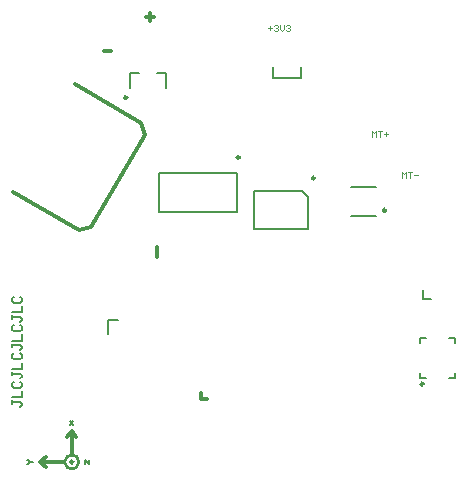
<source format=gbr>
%TF.GenerationSoftware,Altium Limited,Altium Designer,22.7.1 (60)*%
G04 Layer_Color=65535*
%FSLAX45Y45*%
%MOMM*%
%TF.SameCoordinates,ACC7CE07-661A-46B9-B338-6EC4A6F7B09F*%
%TF.FilePolarity,Positive*%
%TF.FileFunction,Legend,Top*%
%TF.Part,Single*%
G01*
G75*
%TA.AperFunction,NonConductor*%
%ADD62C,0.20000*%
%ADD63C,0.12500*%
%ADD71C,0.25000*%
%ADD72C,0.25400*%
%ADD73C,0.30000*%
%ADD74C,0.17500*%
%ADD75C,0.15000*%
%ADD76C,0.16000*%
D62*
X2920000Y2985000D02*
X3330000D01*
X3380000Y2935000D01*
Y2665000D02*
Y2935000D01*
X2920000Y2665000D02*
Y2985000D01*
Y2665000D02*
X3380000D01*
X4330000Y1405000D02*
X4375000D01*
X4330000D02*
Y1450000D01*
X4575000Y1405000D02*
X4620000D01*
Y1450000D01*
X4330000Y1745000D02*
X4375000D01*
X4330000Y1700000D02*
Y1745000D01*
X4575000D02*
X4620000D01*
Y1700000D02*
Y1745000D01*
X2120000Y2810000D02*
Y3140000D01*
X2780000Y2810000D02*
Y3140000D01*
X2120000Y2810000D02*
X2780000D01*
X2120000Y3140000D02*
X2780000D01*
X2105000Y3990000D02*
X2180000D01*
Y3860000D02*
Y3990000D01*
X1870000D02*
X1945000D01*
X1870000Y3860000D02*
Y3990000D01*
X4350000Y2075000D02*
Y2150000D01*
Y2075000D02*
X4425000D01*
X1685715Y1898073D02*
X1775000D01*
X1685715Y1775000D02*
Y1898073D01*
X3745000Y3025000D02*
X3955000D01*
X3745000Y2775000D02*
X3955000D01*
D63*
X3044234Y4367265D02*
X3077556D01*
X3060895Y4383926D02*
Y4350604D01*
X3094217Y4383926D02*
X3102548Y4392257D01*
X3119209D01*
X3127540Y4383926D01*
Y4375596D01*
X3119209Y4367265D01*
X3110878D01*
X3119209D01*
X3127540Y4358934D01*
Y4350604D01*
X3119209Y4342273D01*
X3102548D01*
X3094217Y4350604D01*
X3144201Y4392257D02*
Y4358934D01*
X3160862Y4342273D01*
X3177523Y4358934D01*
Y4392257D01*
X3194185Y4383926D02*
X3202515Y4392257D01*
X3219176D01*
X3227507Y4383926D01*
Y4375596D01*
X3219176Y4367265D01*
X3210846D01*
X3219176D01*
X3227507Y4358934D01*
Y4350604D01*
X3219176Y4342273D01*
X3202515D01*
X3194185Y4350604D01*
X4175855Y3100000D02*
Y3149984D01*
X4192516Y3133322D01*
X4209178Y3149984D01*
Y3100000D01*
X4225839Y3149984D02*
X4259161D01*
X4242500D01*
Y3100000D01*
X4275823Y3124992D02*
X4309145D01*
X3923355Y3450000D02*
Y3499984D01*
X3940016Y3483322D01*
X3956678Y3499984D01*
Y3450000D01*
X3973339Y3499984D02*
X4006661D01*
X3990000D01*
Y3450000D01*
X4023322Y3474992D02*
X4056645D01*
X4039984Y3491653D02*
Y3458331D01*
D71*
X1392500Y695000D02*
G03*
X1392500Y695000I-12500J0D01*
G01*
X3438000Y3097500D02*
G03*
X3438000Y3097500I-12500J0D01*
G01*
X4357500Y1355000D02*
G03*
X4357500Y1355000I-12500J0D01*
G01*
X2801500Y3272500D02*
G03*
X2801500Y3272500I-12500J0D01*
G01*
X1847500Y3780000D02*
G03*
X1847500Y3780000I-12500J0D01*
G01*
X4040000Y2825000D02*
G03*
X4040000Y2825000I-12500J0D01*
G01*
D72*
X1440000Y695000D02*
G03*
X1440000Y695000I-60000J0D01*
G01*
D73*
X1378463Y957012D02*
X1378463Y757012D01*
X1110000Y695000D02*
X1159180Y735983D01*
X1110000Y695000D02*
X1310000Y695000D01*
X1337479Y907832D02*
X1378463Y957012D01*
X1419447Y907832D01*
X1110000Y695000D02*
X1159180Y654016D01*
X2099996Y2426135D02*
Y2512775D01*
X2475000Y1225000D02*
Y1275000D01*
Y1225000D02*
X2525000D01*
X1546410Y2685289D02*
X1996410Y3464712D01*
X1968958Y3567163D02*
X1996410Y3464712D01*
X1443958Y2657837D02*
X1546410Y2685289D01*
X881042Y2982837D02*
X1443958Y2657837D01*
X1406042Y3892163D02*
X1968958Y3567163D01*
X1649178Y4175000D02*
X1715823D01*
X2009178Y4463323D02*
X2075823D01*
X2042500Y4496645D02*
Y4430000D01*
D74*
X3320000Y3945000D02*
Y4035000D01*
X3080000Y3945000D02*
X3320000D01*
X3080000D02*
Y4035000D01*
D75*
X877526Y1215816D02*
Y1189158D01*
Y1202487D01*
X944171D01*
X957500Y1189158D01*
Y1175829D01*
X944171Y1162500D01*
X877526Y1242474D02*
X957500D01*
Y1295790D01*
X890855Y1375764D02*
X877526Y1362435D01*
Y1335777D01*
X890855Y1322448D01*
X944171D01*
X957500Y1335777D01*
Y1362435D01*
X944171Y1375764D01*
X877526Y1455739D02*
Y1429080D01*
Y1442410D01*
X944171D01*
X957500Y1429080D01*
Y1415752D01*
X944171Y1402422D01*
X877526Y1482397D02*
X957500D01*
Y1535713D01*
X890855Y1615687D02*
X877526Y1602358D01*
Y1575700D01*
X890855Y1562371D01*
X944171D01*
X957500Y1575700D01*
Y1602358D01*
X944171Y1615687D01*
X877526Y1695661D02*
Y1669003D01*
Y1682332D01*
X944171D01*
X957500Y1669003D01*
Y1655674D01*
X944171Y1642345D01*
X877526Y1722319D02*
X957500D01*
Y1775635D01*
X890855Y1855609D02*
X877526Y1842281D01*
Y1815622D01*
X890855Y1802293D01*
X944171D01*
X957500Y1815622D01*
Y1842281D01*
X944171Y1855609D01*
X877526Y1935584D02*
Y1908926D01*
Y1922255D01*
X944171D01*
X957500Y1908926D01*
Y1895597D01*
X944171Y1882268D01*
X877526Y1962242D02*
X957500D01*
Y2015558D01*
X890855Y2095532D02*
X877526Y2082203D01*
Y2055545D01*
X890855Y2042216D01*
X944171D01*
X957500Y2055545D01*
Y2082203D01*
X944171Y2095532D01*
D76*
X1490677Y681000D02*
Y714323D01*
X1524000Y681000D01*
Y714323D01*
X1360677Y1011000D02*
X1394000Y1044322D01*
X1377339Y1027661D01*
X1360677Y1044322D01*
X1394000Y1011000D01*
X1004016Y676000D02*
X1012347D01*
X1029008Y692661D01*
X1012347Y709322D01*
X1004016D01*
X1029008Y692661D02*
X1054000D01*
%TF.MD5,eebf8cdfdbdec4ad9420835e1aaa3113*%
M02*

</source>
